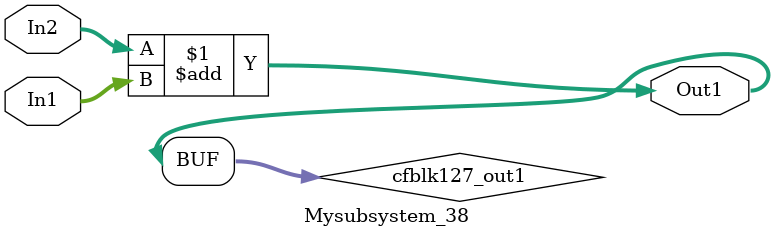
<source format=v>



`timescale 1 ns / 1 ns

module Mysubsystem_38
          (In1,
           In2,
           Out1);


  input   [7:0] In1;  // uint8
  input   [7:0] In2;  // uint8
  output  [7:0] Out1;  // uint8


  wire [7:0] cfblk127_out1;  // uint8


  assign cfblk127_out1 = In2 + In1;



  assign Out1 = cfblk127_out1;

endmodule  // Mysubsystem_38


</source>
